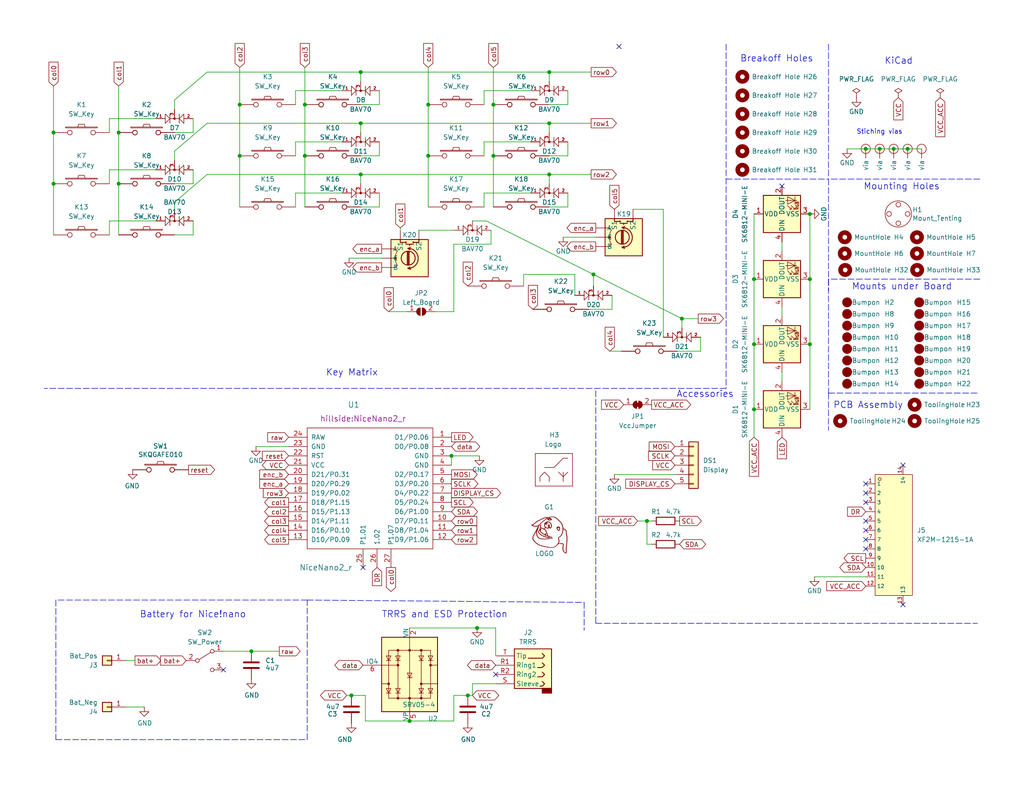
<source format=kicad_sch>
(kicad_sch (version 20211123) (generator eeschema)
  (paper "USLetter")
  (title_block (title "Hillside View 46 Keyboard") (date "2022-10-13") (rev "0.3.0") (company "ExAF") (comment 1 "SPI headers for the nice!view display and 12 pin connector for an I2C cirque trackpad") (comment 2 "The ring and pinky columns have splays of five and ten degrees.") (comment 3 "Outer pinky column is removable, and one encoder can be in two spots.") (comment 4 "A choc-spaced split keyboard with Ferris column stagger but more thumb and pinky keys."))
  (junction (at 83.185 28.575))
  (junction (at 205.74 76.2))
  (junction (at 68.58 177.8))
  (junction (at 186.055 86.995))
  (junction (at 205.74 93.98))
  (junction (at 111.76 196.85))
  (junction (at 32.385 50.165))
  (junction (at 149.86 47.625))
  (junction (at 161.925 74.93))
  (junction (at 243.84 40.64))
  (junction (at 220.98 93.98))
  (junction (at 134.62 42.545))
  (junction (at 127.635 189.865))
  (junction (at 65.405 28.575))
  (junction (at 123.19 124.46))
  (junction (at 65.405 42.545))
  (junction (at 205.74 111.76))
  (junction (at 14.605 50.165))
  (junction (at 130.175 171.45))
  (junction (at 116.84 42.545))
  (junction (at 32.385 36.195))
  (junction (at 98.425 19.685))
  (junction (at 83.185 42.545))
  (junction (at 149.86 19.685))
  (junction (at 149.86 33.655))
  (junction (at 134.62 28.575))
  (junction (at 247.65 40.64))
  (junction (at 14.605 36.195))
  (junction (at 98.425 47.625))
  (junction (at 116.84 28.575))
  (junction (at 95.885 189.865))
  (junction (at 240.03 40.64))
  (junction (at 98.425 33.655))
  (junction (at 220.98 76.2))
  (junction (at 236.22 40.64))
  (junction (at 220.98 58.42))
  (junction (at 176.53 142.24))
  (no_connect (at 213.36 50.8))
  (no_connect (at 99.06 154.94))
  (no_connect (at 168.91 12.7))
  (no_connect (at 60.96 182.88))
  (no_connect (at 135.255 184.15))
  (no_connect (at 246.38 165.1))
  (no_connect (at 236.22 134.62))
  (no_connect (at 236.22 137.16))
  (no_connect (at 236.22 132.08))
  (no_connect (at 236.22 149.86))
  (no_connect (at 236.22 142.24))
  (no_connect (at 236.22 144.78))
  (no_connect (at 236.22 147.32))
  (no_connect (at 246.38 127))
  (wire (pts (xy 172.72 57.15) (xy 180.975 57.15)))
  (wire (pts (xy 65.405 18.415) (xy 65.405 28.575)))
  (wire (pts (xy 47.625 27.305) (xy 56.515 19.685)))
  (wire (pts (xy 132.08 38.735) (xy 144.78 38.735)))
  (wire (pts (xy 83.185 18.415) (xy 83.185 28.575)))
  (wire (pts (xy 103.505 28.575) (xy 98.425 28.575)))
  (polyline (pts (xy 162.56 170.18) (xy 266.7 170.18)))
  (wire (pts (xy 123.825 85.09) (xy 118.745 85.09)))
  (wire (pts (xy 52.705 46.355) (xy 52.705 50.165)))
  (wire (pts (xy 154.94 28.575) (xy 154.94 24.765)))
  (wire (pts (xy 95.25 70.485) (xy 104.14 70.485)))
  (wire (pts (xy 127.635 189.865) (xy 128.905 189.865)))
  (wire (pts (xy 205.74 119.38) (xy 205.74 111.76)))
  (wire (pts (xy 32.385 36.195) (xy 32.385 50.165)))
  (wire (pts (xy 123.825 196.85) (xy 123.825 189.865)))
  (wire (pts (xy 32.385 50.165) (xy 32.385 64.135)))
  (wire (pts (xy 95.885 189.865) (xy 99.695 189.865)))
  (wire (pts (xy 56.515 19.685) (xy 98.425 19.685)))
  (polyline (pts (xy 198.12 12.065) (xy 198.12 106.045)))
  (wire (pts (xy 116.84 56.515) (xy 116.84 42.545)))
  (wire (pts (xy 156.845 74.93) (xy 156.845 80.645)))
  (wire (pts (xy 106.045 85.09) (xy 111.125 85.09)))
  (wire (pts (xy 176.53 148.59) (xy 177.8 148.59)))
  (wire (pts (xy 60.96 177.8) (xy 68.58 177.8)))
  (wire (pts (xy 123.19 124.46) (xy 123.19 127)))
  (wire (pts (xy 98.425 50.165) (xy 98.425 47.625)))
  (wire (pts (xy 154.94 42.545) (xy 149.86 42.545)))
  (wire (pts (xy 109.22 62.23) (xy 109.22 62.865)))
  (wire (pts (xy 205.74 76.2) (xy 205.74 58.42)))
  (wire (pts (xy 180.975 92.075) (xy 180.975 57.15)))
  (wire (pts (xy 65.405 56.515) (xy 65.405 42.545)))
  (wire (pts (xy 80.645 24.765) (xy 93.345 24.765)))
  (wire (pts (xy 132.715 60.325) (xy 161.925 74.93)))
  (wire (pts (xy 52.705 64.135) (xy 47.625 64.135)))
  (wire (pts (xy 14.605 36.195) (xy 14.605 50.165)))
  (wire (pts (xy 98.425 22.225) (xy 98.425 19.685)))
  (wire (pts (xy 205.74 111.76) (xy 205.74 93.98)))
  (wire (pts (xy 83.185 28.575) (xy 83.185 42.545)))
  (polyline (pts (xy 83.82 163.83) (xy 15.24 163.83)))
  (wire (pts (xy 186.055 86.995) (xy 186.055 89.535)))
  (wire (pts (xy 191.135 95.885) (xy 184.785 95.885)))
  (wire (pts (xy 47.625 55.245) (xy 56.515 47.625)))
  (wire (pts (xy 123.19 124.46) (xy 130.81 124.46)))
  (wire (pts (xy 99.695 196.85) (xy 111.76 196.85)))
  (wire (pts (xy 166.37 95.885) (xy 169.545 95.885)))
  (wire (pts (xy 132.08 28.575) (xy 132.08 24.765)))
  (wire (pts (xy 47.625 27.305) (xy 47.625 29.845)))
  (wire (pts (xy 133.985 66.675) (xy 123.825 66.675)))
  (wire (pts (xy 103.505 42.545) (xy 103.505 38.735)))
  (wire (pts (xy 154.94 52.705) (xy 154.94 56.515)))
  (wire (pts (xy 80.645 56.515) (xy 80.645 52.705)))
  (wire (pts (xy 149.86 22.225) (xy 149.86 19.685)))
  (polyline (pts (xy 267.335 48.895) (xy 226.06 48.895)))
  (wire (pts (xy 14.605 23.495) (xy 14.605 36.195)))
  (wire (pts (xy 47.625 41.275) (xy 47.625 43.815)))
  (polyline (pts (xy 15.24 163.83) (xy 15.24 201.93)))
  (wire (pts (xy 111.76 171.45) (xy 130.175 171.45)))
  (wire (pts (xy 191.135 92.075) (xy 191.135 95.885)))
  (wire (pts (xy 132.08 24.765) (xy 144.78 24.765)))
  (wire (pts (xy 161.925 74.93) (xy 186.055 86.995)))
  (polyline (pts (xy 198.12 48.895) (xy 226.06 48.895)))
  (polyline (pts (xy 226.06 48.895) (xy 226.06 79.375)))
  (wire (pts (xy 98.425 42.545) (xy 103.505 42.545)))
  (polyline (pts (xy 83.82 201.93) (xy 83.82 163.83)))
  (wire (pts (xy 128.905 186.69) (xy 135.255 186.69)))
  (wire (pts (xy 132.08 42.545) (xy 132.08 38.735)))
  (wire (pts (xy 135.255 171.45) (xy 135.255 179.07)))
  (wire (pts (xy 247.65 40.64) (xy 251.46 40.64)))
  (wire (pts (xy 220.98 76.2) (xy 220.98 58.42)))
  (wire (pts (xy 236.22 40.64) (xy 240.03 40.64)))
  (wire (pts (xy 149.86 36.195) (xy 149.86 33.655)))
  (wire (pts (xy 123.825 189.865) (xy 127.635 189.865)))
  (wire (pts (xy 186.055 86.995) (xy 190.5 86.995)))
  (wire (pts (xy 99.695 196.85) (xy 99.695 189.865)))
  (wire (pts (xy 111.76 196.85) (xy 123.825 196.85)))
  (wire (pts (xy 56.515 33.655) (xy 98.425 33.655)))
  (wire (pts (xy 52.705 50.165) (xy 47.625 50.165)))
  (wire (pts (xy 68.58 177.8) (xy 76.2 177.8)))
  (wire (pts (xy 103.505 56.515) (xy 103.505 52.705)))
  (wire (pts (xy 134.62 42.545) (xy 134.62 56.515)))
  (wire (pts (xy 222.25 157.48) (xy 236.22 157.48)))
  (wire (pts (xy 220.98 93.98) (xy 220.98 76.2)))
  (wire (pts (xy 98.425 47.625) (xy 149.86 47.625)))
  (wire (pts (xy 80.645 52.705) (xy 93.345 52.705)))
  (wire (pts (xy 52.705 60.325) (xy 52.705 64.135)))
  (wire (pts (xy 176.53 142.24) (xy 173.99 142.24)))
  (wire (pts (xy 98.425 33.655) (xy 149.86 33.655)))
  (wire (pts (xy 34.29 193.04) (xy 39.37 193.04)))
  (wire (pts (xy 161.29 19.685) (xy 149.86 19.685)))
  (wire (pts (xy 154.94 38.735) (xy 154.94 42.545)))
  (wire (pts (xy 161.925 74.93) (xy 161.925 78.105)))
  (wire (pts (xy 177.8 142.24) (xy 176.53 142.24)))
  (wire (pts (xy 142.875 78.105) (xy 142.875 74.93)))
  (polyline (pts (xy 267.335 76.2) (xy 226.06 76.2)))
  (polyline (pts (xy 15.24 201.93) (xy 83.82 201.93)))
  (polyline (pts (xy 226.06 12.065) (xy 226.06 48.26)))
  (wire (pts (xy 114.3 62.865) (xy 123.825 62.865)))
  (wire (pts (xy 213.36 86.36) (xy 213.36 83.82)))
  (wire (pts (xy 94.615 189.865) (xy 95.885 189.865)))
  (wire (pts (xy 116.84 18.415) (xy 116.84 28.575)))
  (wire (pts (xy 123.825 66.675) (xy 123.825 85.09)))
  (wire (pts (xy 176.53 142.24) (xy 176.53 148.59)))
  (wire (pts (xy 103.505 28.575) (xy 103.505 24.765)))
  (wire (pts (xy 243.84 40.64) (xy 247.65 40.64)))
  (wire (pts (xy 160.655 84.455) (xy 167.005 84.455)))
  (wire (pts (xy 167.005 84.455) (xy 167.005 80.645)))
  (wire (pts (xy 29.845 46.355) (xy 42.545 46.355)))
  (wire (pts (xy 128.905 60.325) (xy 132.715 60.325)))
  (wire (pts (xy 205.74 93.98) (xy 205.74 76.2)))
  (polyline (pts (xy 226.06 107.315) (xy 266.7 107.315)))
  (polyline (pts (xy 162.56 106.68) (xy 162.56 170.18)))
  (polyline (pts (xy 83.82 163.83) (xy 159.385 164.465)))
  (wire (pts (xy 167.64 129.54) (xy 184.15 129.54)))
  (wire (pts (xy 29.845 50.165) (xy 29.845 46.355)))
  (wire (pts (xy 14.605 50.165) (xy 14.605 64.135)))
  (wire (pts (xy 98.425 36.195) (xy 98.425 33.655)))
  (wire (pts (xy 29.845 60.325) (xy 42.545 60.325)))
  (wire (pts (xy 32.385 23.495) (xy 32.385 36.195)))
  (wire (pts (xy 29.845 36.195) (xy 29.845 32.385)))
  (wire (pts (xy 161.29 47.625) (xy 149.86 47.625)))
  (wire (pts (xy 47.625 41.275) (xy 56.515 33.655)))
  (wire (pts (xy 220.98 111.76) (xy 220.98 93.98)))
  (wire (pts (xy 93.345 38.735) (xy 80.645 38.735)))
  (wire (pts (xy 130.175 171.45) (xy 135.255 171.45)))
  (wire (pts (xy 149.86 28.575) (xy 154.94 28.575)))
  (polyline (pts (xy 159.385 164.465) (xy 159.385 172.085)))
  (wire (pts (xy 29.845 32.385) (xy 42.545 32.385)))
  (wire (pts (xy 116.84 42.545) (xy 116.84 28.575)))
  (wire (pts (xy 134.62 28.575) (xy 134.62 42.545)))
  (wire (pts (xy 65.405 42.545) (xy 65.405 28.575)))
  (wire (pts (xy 29.845 64.135) (xy 29.845 60.325)))
  (wire (pts (xy 78.74 121.92) (xy 69.85 121.92)))
  (wire (pts (xy 144.78 52.705) (xy 132.08 52.705)))
  (wire (pts (xy 153.67 64.77) (xy 162.56 64.77)))
  (wire (pts (xy 231.14 40.64) (xy 236.22 40.64)))
  (wire (pts (xy 98.425 56.515) (xy 103.505 56.515)))
  (polyline (pts (xy 226.06 76.2) (xy 226.06 107.315)))
  (wire (pts (xy 52.705 36.195) (xy 47.625 36.195)))
  (polyline (pts (xy 226.06 107.315) (xy 226.06 117.475)))
  (wire (pts (xy 213.36 104.14) (xy 213.36 101.6)))
  (wire (pts (xy 80.645 28.575) (xy 80.645 24.765)))
  (wire (pts (xy 154.94 56.515) (xy 149.86 56.515)))
  (wire (pts (xy 34.29 180.34) (xy 36.83 180.34)))
  (wire (pts (xy 134.62 18.415) (xy 134.62 28.575)))
  (polyline (pts (xy 198.12 106.045) (xy 12.065 106.045)))
  (wire (pts (xy 128.905 186.69) (xy 128.905 189.865)))
  (wire (pts (xy 213.36 68.58) (xy 213.36 66.04)))
  (wire (pts (xy 98.425 19.685) (xy 149.86 19.685)))
  (wire (pts (xy 142.875 74.93) (xy 156.845 74.93)))
  (wire (pts (xy 149.86 33.655) (xy 161.29 33.655)))
  (wire (pts (xy 132.08 56.515) (xy 132.08 52.705)))
  (wire (pts (xy 52.705 32.385) (xy 52.705 36.195)))
  (wire (pts (xy 149.86 47.625) (xy 149.86 50.165)))
  (wire (pts (xy 133.985 62.865) (xy 133.985 66.675)))
  (wire (pts (xy 80.645 42.545) (xy 80.645 38.735)))
  (wire (pts (xy 240.03 40.64) (xy 243.84 40.64)))
  (wire (pts (xy 47.625 55.245) (xy 47.625 57.785)))
  (wire (pts (xy 56.515 47.625) (xy 98.425 47.625)))
  (wire (pts (xy 83.185 42.545) (xy 83.185 56.515)))
  (text "KiCad" (at 241.3 17.78 0) (effects (font (size 1.778 1.778)) (justify left bottom)))
  (text "Mounting Holes" (at 235.585 52.07 0) (effects (font (size 1.78 1.78)) (justify left bottom)))
  (text "Key Matrix" (at 88.9 102.87 0) (effects (font (size 1.778 1.778)) (justify left bottom)))
  (text "Battery for Nice!nano" (at 38.1 168.91 0) (effects (font (size 1.778 1.778)) (justify left bottom)))
  (text "TRRS and ESD Protection" (at 104.14 168.91 0) (effects (font (size 1.778 1.778)) (justify left bottom)))
  (text "PCB Assembly" (at 227.33 111.76 0) (effects (font (size 1.78 1.78)) (justify left bottom)))
  (text "Stiching vias" (at 233.68 36.83 0) (effects (font (size 1.27 1.27)) (justify left bottom)))
  (text "Breakoff Holes" (at 201.93 17.145 0) (effects (font (size 1.778 1.778)) (justify left bottom)))
  (text "Mounts under Board" (at 232.41 79.375 0) (effects (font (size 1.78 1.78)) (justify left bottom)))
  (text "Accessories" (at 184.561 108.7572 0) (effects (font (size 1.778 1.778)) (justify left bottom)))
  (global_label "row1" (shape input) (at 123.19 144.78 0) (property "Intersheet References" "${INTERSHEET_REFS}" (effects hide)))
  (global_label "enc_a" (shape input) (at 78.74 132.08 180) (property "Intersheet References" "${INTERSHEET_REFS}" (effects hide)))
  (global_label "col5" (shape output) (at 78.74 147.32 180) (property "Intersheet References" "${INTERSHEET_REFS}" (effects hide)))
  (global_label "col4" (shape input) (at 166.37 95.885 90) (property "Intersheet References" "${INTERSHEET_REFS}" (effects hide)))
  (global_label "col0" (shape input) (at 106.045 85.09 90) (property "Intersheet References" "${INTERSHEET_REFS}" (effects hide)))
  (global_label "enc_b" (shape output) (at 104.14 73.025 180) (property "Intersheet References" "${INTERSHEET_REFS}" (effects hide)))
  (global_label "VCC" (shape input) (at 245.11 26.67 270) (property "Intersheet References" "${INTERSHEET_REFS}" (effects hide)))
  (global_label "reset" (shape input) (at 78.74 124.46 180) (property "Intersheet References" "${INTERSHEET_REFS}" (effects hide)))
  (global_label "row0" (shape input) (at 123.19 142.24 0) (property "Intersheet References" "${INTERSHEET_REFS}" (effects hide)))
  (global_label "col2" (shape output) (at 78.74 139.7 180) (property "Intersheet References" "${INTERSHEET_REFS}" (effects hide)))
  (global_label "VCC_ACC" (shape output) (at 177.8 110.49 0) (property "Intersheet References" "${INTERSHEET_REFS}" (effects hide)))
  (global_label "col4" (shape output) (at 78.74 144.78 180) (property "Intersheet References" "${INTERSHEET_REFS}" (effects hide)))
  (global_label "DISPLAY_CS" (shape input) (at 184.15 132.08 180) (property "Intersheet References" "${INTERSHEET_REFS}" (effects hide)))
  (global_label "VCC" (shape bidirectional) (at 78.74 127 180) (property "Intersheet References" "${INTERSHEET_REFS}" (effects hide)))
  (global_label "SDA" (shape bidirectional) (at 185.42 148.59 0) (property "Intersheet References" "${INTERSHEET_REFS}" (effects hide)))
  (global_label "row2" (shape input) (at 123.19 147.32 0) (property "Intersheet References" "${INTERSHEET_REFS}" (effects hide)))
  (global_label "col5" (shape input) (at 167.64 57.15 90) (property "Intersheet References" "${INTERSHEET_REFS}" (effects hide)))
  (global_label "row3" (shape output) (at 190.5 86.995 0) (property "Intersheet References" "${INTERSHEET_REFS}" (effects hide)))
  (global_label "row3" (shape input) (at 78.74 134.62 180) (property "Intersheet References" "${INTERSHEET_REFS}" (effects hide)))
  (global_label "MOSI" (shape output) (at 123.19 129.54 0) (property "Intersheet References" "${INTERSHEET_REFS}" (effects hide)))
  (global_label "SCL" (shape output) (at 236.22 152.4 180) (property "Intersheet References" "${INTERSHEET_REFS}" (effects hide)))
  (global_label "DR" (shape input) (at 236.22 139.7 180) (property "Intersheet References" "${INTERSHEET_REFS}" (effects hide)))
  (global_label "raw" (shape input) (at 78.74 119.38 180) (property "Intersheet References" "${INTERSHEET_REFS}" (effects hide)))
  (global_label "col3" (shape input) (at 83.185 18.415 90) (property "Intersheet References" "${INTERSHEET_REFS}" (effects hide)))
  (global_label "DR" (shape input) (at 102.87 154.94 270) (property "Intersheet References" "${INTERSHEET_REFS}" (effects hide)))
  (global_label "SDA" (shape bidirectional) (at 123.19 139.7 0) (property "Intersheet References" "${INTERSHEET_REFS}" (effects hide)))
  (global_label "col1" (shape output) (at 78.74 137.16 180) (property "Intersheet References" "${INTERSHEET_REFS}" (effects hide)))
  (global_label "SCL" (shape output) (at 185.42 142.24 0) (property "Intersheet References" "${INTERSHEET_REFS}" (effects hide)))
  (global_label "col2" (shape input) (at 65.405 18.415 90) (property "Intersheet References" "${INTERSHEET_REFS}" (effects hide)))
  (global_label "SCLK" (shape output) (at 123.19 132.08 0) (property "Intersheet References" "${INTERSHEET_REFS}" (effects hide)))
  (global_label "VCC_ACC" (shape input) (at 173.99 142.24 180) (property "Intersheet References" "${INTERSHEET_REFS}" (effects hide)))
  (global_label "DISPLAY_CS" (shape output) (at 123.19 134.62 0) (property "Intersheet References" "${INTERSHEET_REFS}" (effects hide)))
  (global_label "col5" (shape input) (at 134.62 18.415 90) (property "Intersheet References" "${INTERSHEET_REFS}" (effects hide)))
  (global_label "LED" (shape input) (at 213.36 119.38 270) (property "Intersheet References" "${INTERSHEET_REFS}" (effects hide)))
  (global_label "col4" (shape input) (at 116.84 18.415 90) (property "Intersheet References" "${INTERSHEET_REFS}" (effects hide)))
  (global_label "row0" (shape output) (at 161.29 19.685 0) (property "Intersheet References" "${INTERSHEET_REFS}" (effects hide)))
  (global_label "enc_a" (shape output) (at 162.56 62.23 180) (property "Intersheet References" "${INTERSHEET_REFS}" (effects hide)))
  (global_label "LED" (shape output) (at 123.19 119.38 0) (property "Intersheet References" "${INTERSHEET_REFS}" (effects hide)))
  (global_label "enc_a" (shape output) (at 104.14 67.945 180) (property "Intersheet References" "${INTERSHEET_REFS}" (effects hide)))
  (global_label "enc_b" (shape input) (at 78.74 129.54 180) (property "Intersheet References" "${INTERSHEET_REFS}" (effects hide)))
  (global_label "SCL" (shape output) (at 123.19 137.16 0) (property "Intersheet References" "${INTERSHEET_REFS}" (effects hide)))
  (global_label "VCC" (shape bidirectional) (at 94.615 189.865 180) (property "Intersheet References" "${INTERSHEET_REFS}" (effects hide)))
  (global_label "row2" (shape output) (at 161.29 47.625 0) (property "Intersheet References" "${INTERSHEET_REFS}" (effects hide)))
  (global_label "col1" (shape input) (at 109.22 62.23 90) (property "Intersheet References" "${INTERSHEET_REFS}" (effects hide)))
  (global_label "MOSI" (shape input) (at 184.15 121.92 180) (property "Intersheet References" "${INTERSHEET_REFS}" (effects hide)))
  (global_label "col2" (shape input) (at 127.635 78.105 90) (property "Intersheet References" "${INTERSHEET_REFS}" (effects hide)))
  (global_label "col3" (shape output) (at 78.74 142.24 180) (property "Intersheet References" "${INTERSHEET_REFS}" (effects hide)))
  (global_label "reset" (shape output) (at 51.435 128.27 0) (property "Intersheet References" "${INTERSHEET_REFS}" (effects hide)))
  (global_label "enc_b" (shape output) (at 162.56 67.31 180) (property "Intersheet References" "${INTERSHEET_REFS}" (effects hide)))
  (global_label "col0" (shape output) (at 106.68 154.94 270) (property "Intersheet References" "${INTERSHEET_REFS}" (effects hide)))
  (global_label "VCC_ACC" (shape input) (at 205.74 119.38 270) (property "Intersheet References" "${INTERSHEET_REFS}" (effects hide)))
  (global_label "VCC_ACC" (shape input) (at 236.22 160.02 180) (property "Intersheet References" "${INTERSHEET_REFS}" (effects hide)))
  (global_label "VCC" (shape input) (at 170.18 110.49 180) (property "Intersheet References" "${INTERSHEET_REFS}" (effects hide)))
  (global_label "raw" (shape output) (at 76.2 177.8 0) (property "Intersheet References" "${INTERSHEET_REFS}" (effects hide)))
  (global_label "bat+" (shape input) (at 50.8 180.34 180) (property "Intersheet References" "${INTERSHEET_REFS}" (effects hide)))
  (global_label "col3" (shape input) (at 145.415 84.455 90) (property "Intersheet References" "${INTERSHEET_REFS}" (effects hide)))
  (global_label "VCC" (shape bidirectional) (at 128.905 189.865 0) (property "Intersheet References" "${INTERSHEET_REFS}" (effects hide)))
  (global_label "VCC_ACC" (shape input) (at 256.54 26.67 270) (property "Intersheet References" "${INTERSHEET_REFS}" (effects hide)))
  (global_label "SDA" (shape bidirectional) (at 236.22 154.94 180) (property "Intersheet References" "${INTERSHEET_REFS}" (effects hide)))
  (global_label "bat+" (shape output) (at 36.83 180.34 0) (property "Intersheet References" "${INTERSHEET_REFS}" (effects hide)))
  (global_label "VCC" (shape input) (at 184.15 127 180) (property "Intersheet References" "${INTERSHEET_REFS}" (effects hide)))
  (global_label "col0" (shape input) (at 14.605 23.495 90) (property "Intersheet References" "${INTERSHEET_REFS}" (effects hide)))
  (global_label "data" (shape bidirectional) (at 135.255 181.61 180) (property "Intersheet References" "${INTERSHEET_REFS}" (effects hide)))
  (global_label "row1" (shape output) (at 161.29 33.655 0) (property "Intersheet References" "${INTERSHEET_REFS}" (effects hide)))
  (global_label "data" (shape bidirectional) (at 99.06 181.61 180) (property "Intersheet References" "${INTERSHEET_REFS}" (effects hide)))
  (global_label "SCLK" (shape input) (at 184.15 124.46 180) (property "Intersheet References" "${INTERSHEET_REFS}" (effects hide)))
  (global_label "data" (shape bidirectional) (at 123.19 121.92 0) (property "Intersheet References" "${INTERSHEET_REFS}" (effects hide)))
  (global_label "col1" (shape input) (at 32.385 23.495 90) (property "Intersheet References" "${INTERSHEET_REFS}" (effects hide)))
  (symbol (lib_id "hillside:SW_PUSH") (at 43.815 128.27 0) (mirror y) (unit 1)
    (property "Reference" "SW1" (at 43.815 121.793 0))
    (property "Value" "SKQGAFE010" (at 43.815 124.1044 0))
    (property "Footprint" "hillside_basic:SW_SPST_SKQG_WithStem" (effects hide))
    (property "Datasheet" "https://www.mouser.com/datasheet/2/15/SKQG-1155865.pdf" (effects hide))
    (property "LCSC" "C318884" (effects hide))
    (property "JLC Type" "Basic" (effects hide))
    (property "Price" ".02 @5+" (effects hide))
  )
  (symbol (lib_id "power:GND") (at 36.195 128.27 0) (mirror y) (unit 1)
    (property "Reference" "#PWR04" (effects hide))
    (property "Value" "GND" (at 36.068 132.6642 0))
  )
  (symbol (lib_id "hillside_basic:SK6812-MINI-E") (at 213.36 111.76 90) (unit 1)
    (property "Reference" "D1" (at 200.66 111.76 0))
    (property "Value" "SK6812-MINI-E" (at 203.2 111.76 0))
    (property "Footprint" "hillside_basic:SK6812-MINI-E" (effects hide))
    (property "Datasheet" "https://cdn-shop.adafruit.com/datasheets/WS2812B.pdf" (effects hide))
    (property "Config" "Optional" (effects hide))
  )
  (symbol (lib_id "hillside_basic:SK6812-MINI-E") (at 213.36 93.98 90) (unit 1)
    (property "Reference" "D2" (at 200.66 93.98 0))
    (property "Value" "SK6812-MINI-E" (at 203.2 93.98 0))
    (property "Footprint" "hillside_basic:SK6812-MINI-E" (effects hide))
    (property "Datasheet" "https://cdn-shop.adafruit.com/datasheets/WS2812B.pdf" (effects hide))
    (property "Config" "Optional" (effects hide))
  )
  (symbol (lib_id "power:GND") (at 233.68 26.67 0) (unit 1)
    (property "Reference" "#PWR06" (effects hide))
    (property "Value" "GND" (at 233.68 30.48 0))
  )
  (symbol (lib_id "power:GND") (at 220.98 58.42 90) (unit 1)
    (property "Reference" "#PWR05" (effects hide))
    (property "Value" "GND" (at 224.79 58.42 0))
  )
  (symbol (lib_id "hillside:Mount_Tenting") (at 245.11 58.42 0) (unit 1) (in_bom no)
    (property "Reference" "H1" (at 248.92 56.515 0) (effects (justify left top)))
    (property "Value" "Mount_Tenting" (at 248.92 60.325 0) (effects (justify left bottom)))
    (property "Footprint" "hillside:Tenting_Puck" (effects hide))
    (property "Config" "do not fit" (effects hide))
  )
  (symbol (lib_id "hillside_basic:SK6812-MINI-E") (at 213.36 76.2 90) (unit 1)
    (property "Reference" "D3" (at 200.66 76.2 0))
    (property "Value" "SK6812-MINI-E" (at 203.2 76.2 0))
    (property "Footprint" "hillside_basic:SK6812-MINI-E" (effects hide))
    (property "Datasheet" "https://cdn-shop.adafruit.com/datasheets/WS2812B.pdf" (effects hide))
    (property "Config" "Optional" (effects hide))
  )
  (symbol (lib_id "hillside_basic:SK6812-MINI-E") (at 213.36 58.42 90) (unit 1)
    (property "Reference" "D4" (at 200.66 58.42 0))
    (property "Value" "SK6812-MINI-E" (at 203.2 58.42 0))
    (property "Footprint" "hillside_basic:SK6812-MINI-E" (effects hide))
    (property "Datasheet" "https://cdn-shop.adafruit.com/datasheets/WS2812B.pdf" (effects hide))
    (property "Config" "Optional" (effects hide))
  )
  (symbol (lib_id "hillside_basic:Via") (at 240.03 40.64 270) (unit 1) (in_bom no)
    (property "Reference" "V2" (effects hide))
    (property "Value" "Via" (effects hide))
    (property "Footprint" "hillside_basic:VIA-0.8mm" (effects hide))
    (property "Config" "do not fit" (effects hide))
  )
  (symbol (lib_id "power:GND") (at 231.14 40.64 0) (unit 1)
    (property "Reference" "#PWR0102" (effects hide))
    (property "Value" "GND" (at 231.14 44.45 0))
  )
  (symbol (lib_id "hillside:NiceNano2_r") (at 95.25 137.16 0) (unit 1)
    (property "Reference" "U1" (at 96.52 110.49 0) (effects (font (size 1.524 1.524))))
    (property "Value" "NiceNano2_r" (at 88.9 154.94 0) (effects (font (size 1.524 1.524))))
    (property "Footprint" "hillside:NiceNano2_r" (at 99.06 114.3 0) (effects (font (size 1.524 1.524))))
  )
  (symbol (lib_name "SW_Key_6") (lib_id "hillside:SW_Key") (at 22.225 64.135 0) (unit 1)
    (property "Reference" "K13" (at 22.225 56.515 0))
    (property "Value" "SW_Key" (at 22.225 59.055 0))
    (property "Footprint" "hillside:pg1350-R_hotswap" (effects hide))
  )
  (symbol (lib_name "SW_Key_3") (lib_id "hillside:SW_Key") (at 40.005 64.135 0) (unit 1)
    (property "Reference" "K14" (at 40.005 56.515 0))
    (property "Value" "SW_Key" (at 40.005 59.055 0))
    (property "Footprint" "hillside:pg1350-R_hotswap" (effects hide))
  )
  (symbol (lib_id "hillside:SW_Key") (at 177.165 95.885 0) (unit 1)
    (property "Reference" "K23" (at 177.165 88.265 0))
    (property "Value" "SW_Key" (at 177.165 90.805 0))
    (property "Footprint" "hillside:pg1350-R_hotswap" (effects hide))
  )
  (symbol (lib_name "SW_Key_11") (lib_id "hillside:SW_Key") (at 73.025 42.545 0) (unit 1)
    (property "Reference" "K9" (at 73.025 34.925 0))
    (property "Value" "SW_Key" (at 73.025 37.465 0))
    (property "Footprint" "hillside:pg1350-R_hotswap" (effects hide))
  )
  (symbol (lib_name "SW_Key_9") (lib_id "hillside:SW_Key") (at 90.805 42.545 0) (unit 1)
    (property "Reference" "K10" (at 90.805 34.925 0))
    (property "Value" "SW_Key" (at 90.805 37.465 0))
    (property "Footprint" "hillside:pg1350-R_hotswap" (effects hide))
  )
  (symbol (lib_name "SW_Key_7") (lib_id "hillside:SW_Key") (at 73.025 56.515 0) (unit 1)
    (property "Reference" "K15" (at 73.025 48.895 0))
    (property "Value" "SW_Key" (at 73.025 51.435 0))
    (property "Footprint" "hillside:pg1350-R_hotswap" (effects hide))
  )
  (symbol (lib_name "SW_Key_8") (lib_id "hillside:SW_Key") (at 90.805 56.515 0) (unit 1)
    (property "Reference" "K16" (at 90.805 48.895 0))
    (property "Value" "SW_Key" (at 90.805 51.435 0))
    (property "Footprint" "hillside:pg1350-R_hotswap" (effects hide))
  )
  (symbol (lib_name "SW_Key_2") (lib_id "hillside:SW_Key") (at 22.225 36.195 0) (unit 1)
    (property "Reference" "K1" (at 22.225 28.575 0))
    (property "Value" "SW_Key" (at 22.225 31.115 0))
    (property "Footprint" "hillside:pg1350-R_hotswap" (effects hide))
  )
  (symbol (lib_name "SW_Key_4") (lib_id "hillside:SW_Key") (at 40.005 36.195 0) (unit 1)
    (property "Reference" "K2" (at 40.005 28.575 0))
    (property "Value" "SW_Key" (at 40.005 31.115 0))
    (property "Footprint" "hillside:pg1350-R_hotswap" (effects hide))
  )
  (symbol (lib_name "SW_Key_15") (lib_id "hillside:SW_Key") (at 124.46 28.575 0) (unit 1)
    (property "Reference" "K5" (at 124.46 20.955 0))
    (property "Value" "SW_Key" (at 124.46 23.495 0))
    (property "Footprint" "hillside:pg1350-R_hotswap" (effects hide))
  )
  (symbol (lib_name "SW_Key_13") (lib_id "hillside:SW_Key") (at 142.24 28.575 0) (unit 1)
    (property "Reference" "K6" (at 142.24 20.955 0))
    (property "Value" "SW_Key" (at 142.24 23.495 0))
    (property "Footprint" "hillside:pg1350-R_hotswap" (effects hide))
  )
  (symbol (lib_name "SW_Key_14") (lib_id "hillside:SW_Key") (at 124.46 42.545 0) (unit 1)
    (property "Reference" "K11" (at 124.46 34.925 0))
    (property "Value" "SW_Key" (at 124.46 37.465 0))
    (property "Footprint" "hillside:pg1350-R_hotswap" (effects hide))
  )
  (symbol (lib_name "SW_Key_16") (lib_id "hillside:SW_Key") (at 142.24 42.545 0) (unit 1)
    (property "Reference" "K12" (at 142.24 34.925 0))
    (property "Value" "SW_Key" (at 142.24 37.465 0))
    (property "Footprint" "hillside:pg1350-R_hotswap" (effects hide))
  )
  (symbol (lib_name "SW_Key_19") (lib_id "hillside:SW_Key") (at 124.46 56.515 0) (unit 1)
    (property "Reference" "K17" (at 124.46 48.895 0))
    (property "Value" "SW_Key" (at 124.46 51.435 0))
    (property "Footprint" "hillside:pg1350-R_hotswap" (effects hide))
  )
  (symbol (lib_name "SW_Key_18") (lib_id "hillside:SW_Key") (at 142.24 56.515 0) (unit 1)
    (property "Reference" "K18" (at 142.24 48.895 0))
    (property "Value" "SW_Key" (at 142.24 51.435 0))
    (property "Footprint" "hillside:pg1350-R_hotswap" (effects hide))
  )
  (symbol (lib_name "SW_Key_12") (lib_id "hillside:SW_Key") (at 73.025 28.575 0) (unit 1)
    (property "Reference" "K3" (at 73.025 20.955 0))
    (property "Value" "SW_Key" (at 73.025 23.495 0))
    (property "Footprint" "hillside:pg1350-R_hotswap" (effects hide))
  )
  (symbol (lib_name "SW_Key_10") (lib_id "hillside:SW_Key") (at 90.805 28.575 0) (unit 1)
    (property "Reference" "K4" (at 90.805 20.955 0))
    (property "Value" "SW_Key" (at 90.805 23.495 0))
    (property "Footprint" "hillside:pg1350-R_hotswap" (effects hide))
  )
  (symbol (lib_name "SW_Key_1") (lib_id "hillside:SW_Key") (at 22.225 50.165 0) (unit 1)
    (property "Reference" "K7" (at 22.225 42.545 0))
    (property "Value" "SW_Key" (at 22.225 45.085 0))
    (property "Footprint" "hillside:pg1350-R_hotswap" (effects hide))
  )
  (symbol (lib_name "SW_Key_5") (lib_id "hillside:SW_Key") (at 40.005 50.165 0) (unit 1)
    (property "Reference" "K8" (at 40.005 42.545 0))
    (property "Value" "SW_Key" (at 40.005 45.085 0))
    (property "Footprint" "hillside:pg1350-R_hotswap" (effects hide))
  )
  (symbol (lib_id "power:PWR_FLAG") (at 233.68 26.67 0) (unit 1)
    (property "Reference" "#FLG02" (effects hide))
    (property "Value" "PWR_FLAG" (at 233.68 21.59 0))
  )
  (symbol (lib_id "power:PWR_FLAG") (at 245.11 26.67 0) (unit 1)
    (property "Reference" "#FLG01" (effects hide))
    (property "Value" "PWR_FLAG" (at 245.11 21.59 0))
  )
  (symbol (lib_id "power:GND") (at 69.85 121.92 0) (unit 1)
    (property "Reference" "#PWR02" (effects hide))
    (property "Value" "GND" (at 69.85 125.73 0))
  )
  (symbol (lib_id "hillside:SW_Rotary") (at 111.76 70.485 0) (unit 1)
    (property "Reference" "K20" (at 111.76 64.135 0))
    (property "Value" "SW_Rotary" (effects hide))
    (property "Footprint" "hillside:pg1350-DR_rotary_hotswap" (effects hide))
  )
  (symbol (lib_name "BAV70_Small_1") (lib_id "hillside_basic:BAV70_Small") (at 47.625 32.385 0) (mirror x) (unit 1)
    (property "Reference" "D7" (at 47.625 34.925 0))
    (property "Value" "BAV70" (at 47.625 37.465 0))
    (property "Footprint" "hillside_basic:SOT-23" (effects hide))
    (property "Datasheet" "https://assets.nexperia.com/documents/data-sheet/BAV70_SER.pdf" (effects hide))
    (property "LCSC" "C68978" (effects hide))
    (property "JLC Type" "Basic" (effects hide))
    (property "Price" ".02 @15+" (effects hide))
  )
  (symbol (lib_name "BAV70_Small_5") (lib_id "hillside_basic:BAV70_Small") (at 98.425 24.765 0) (mirror x) (unit 1)
    (property "Reference" "D8" (at 98.425 27.305 0))
    (property "Value" "BAV70" (at 98.425 29.845 0))
    (property "Footprint" "hillside_basic:SOT-23" (effects hide))
    (property "Datasheet" "https://assets.nexperia.com/documents/data-sheet/BAV70_SER.pdf" (effects hide))
    (property "LCSC" "C68978" (effects hide))
    (property "JLC Type" "Basic" (effects hide))
    (property "Price" ".02 @15+" (effects hide))
  )
  (symbol (lib_name "BAV70_Small_7") (lib_id "hillside_basic:BAV70_Small") (at 149.86 24.765 0) (mirror x) (unit 1)
    (property "Reference" "D9" (at 149.86 27.305 0))
    (property "Value" "BAV70" (at 149.86 29.845 0))
    (property "Footprint" "hillside_basic:SOT-23" (effects hide))
    (property "Datasheet" "https://assets.nexperia.com/documents/data-sheet/BAV70_SER.pdf" (effects hide))
    (property "LCSC" "C68978" (effects hide))
    (property "JLC Type" "Basic" (effects hide))
    (property "Price" ".02 @15+" (effects hide))
  )
  (symbol (lib_name "SW_Key_20") (lib_id "hillside:SW_Key") (at 135.255 78.105 0) (unit 1)
    (property "Reference" "K21" (at 135.255 70.485 0))
    (property "Value" "SW_Key" (at 135.255 73.025 0))
    (property "Footprint" "hillside:pg1350-R_hotswap" (effects hide))
  )
  (symbol (lib_name "SW_Key_17") (lib_id "hillside:SW_Key") (at 153.035 84.455 0) (unit 1)
    (property "Reference" "K22" (at 153.035 76.835 0))
    (property "Value" "SW_Key" (at 153.035 79.375 0))
    (property "Footprint" "hillside:pg1350-R_hotswap" (effects hide))
  )
  (symbol (lib_name "BAV70_Small_8") (lib_id "hillside_basic:BAV70_Small") (at 149.86 38.735 0) (mirror x) (unit 1)
    (property "Reference" "D12" (at 149.86 41.275 0))
    (property "Value" "BAV70" (at 149.86 43.815 0))
    (property "Footprint" "hillside_basic:SOT-23" (effects hide))
    (property "Datasheet" "https://assets.nexperia.com/documents/data-sheet/BAV70_SER.pdf" (effects hide))
    (property "LCSC" "C68978" (effects hide))
    (property "JLC Type" "Basic" (effects hide))
    (property "Price" ".02 @15+" (effects hide))
  )
  (symbol (lib_name "BAV70_Small_2") (lib_id "hillside_basic:BAV70_Small") (at 47.625 46.355 0) (mirror x) (unit 1)
    (property "Reference" "D10" (at 47.625 48.895 0))
    (property "Value" "BAV70" (at 47.625 51.435 0))
    (property "Footprint" "hillside_basic:SOT-23" (effects hide))
    (property "Datasheet" "https://assets.nexperia.com/documents/data-sheet/BAV70_SER.pdf" (effects hide))
    (property "LCSC" "C68978" (effects hide))
    (property "JLC Type" "Basic" (effects hide))
    (property "Price" ".02 @15+" (effects hide))
  )
  (symbol (lib_name "BAV70_Small_3") (lib_id "hillside_basic:BAV70_Small") (at 47.625 60.325 0) (mirror x) (unit 1)
    (property "Reference" "D13" (at 47.625 57.785 0))
    (property "Value" "BAV70" (at 47.625 55.245 0))
    (property "Footprint" "hillside_basic:SOT-23" (effects hide))
    (property "Datasheet" "https://assets.nexperia.com/documents/data-sheet/BAV70_SER.pdf" (effects hide))
    (property "LCSC" "C68978" (effects hide))
    (property "JLC Type" "Basic" (effects hide))
    (property "Price" ".02 @15+" (effects hide))
  )
  (symbol (lib_id "Connector_Generic:Conn_01x01") (at 29.21 180.34 180) (unit 1) (in_bom no)
    (property "Reference" "J3" (at 26.67 181.61 0) (effects (justify left)))
    (property "Value" "Bat_Pos" (at 26.67 179.07 0) (effects (justify left)))
    (property "Footprint" "hillside_basic:1pin_conn" (effects hide))
    (property "Config" "do not fit" (effects hide))
  )
  (symbol (lib_id "Connector_Generic:Conn_01x01") (at 29.21 193.04 180) (unit 1) (in_bom no)
    (property "Reference" "J4" (at 26.67 194.31 0) (effects (justify left)))
    (property "Value" "Bat_Neg" (at 26.67 191.77 0) (effects (justify left)))
    (property "Footprint" "hillside_basic:1pin_conn" (effects hide))
    (property "Config" "do not fit" (effects hide))
  )
  (symbol (lib_id "power:GND") (at 39.37 193.04 0) (unit 1)
    (property "Reference" "#PWR01" (effects hide))
    (property "Value" "GND" (at 39.497 197.4342 0))
  )
  (symbol (lib_id "Switch:SW_SPDT") (at 55.88 180.34 0) (unit 1)
    (property "Reference" "SW2" (at 55.88 172.72 0))
    (property "Value" "SW_Power" (at 55.88 175.26 0))
    (property "Footprint" "hillside_basic:SW_SPDT_JS202011AQN" (effects hide))
    (property "LCSC" "C221662" (effects hide))
    (property "JLC Type" "Extended" (effects hide))
    (property "Price" ".43 @2+" (effects hide))
  )
  (symbol (lib_id "Jumper:SolderJumper_2_Bridged") (at 173.99 110.49 0) (unit 1) (in_bom no)
    (property "Reference" "JP1" (at 173.99 113.665 0))
    (property "Value" "VccJumper" (at 173.99 116.205 0))
    (property "Footprint" "Jumper:SolderJumper-2_P1.3mm_Bridged_RoundedPad1.0x1.5mm" (effects hide))
    (property "Config" "do not fit" (effects hide))
  )
  (symbol (lib_id "power:PWR_FLAG") (at 256.54 26.67 0) (unit 1)
    (property "Reference" "#FLG0101" (effects hide))
    (property "Value" "PWR_FLAG" (at 256.54 21.59 0))
  )
  (symbol (lib_name "BAV70_Small_4") (lib_id "hillside_basic:BAV70_Small") (at 98.425 38.735 0) (mirror x) (unit 1)
    (property "Reference" "D11" (at 98.425 41.275 0))
    (property "Value" "BAV70" (at 98.425 43.815 0))
    (property "Footprint" "hillside_basic:SOT-23" (effects hide))
    (property "Datasheet" "https://assets.nexperia.com/documents/data-sheet/BAV70_SER.pdf" (effects hide))
    (property "LCSC" "C68978" (effects hide))
    (property "JLC Type" "Basic" (effects hide))
    (property "Price" ".02 @15+" (effects hide))
  )
  (symbol (lib_name "BAV70_Small_6") (lib_id "hillside_basic:BAV70_Small") (at 98.425 52.705 0) (mirror x) (unit 1)
    (property "Reference" "D14" (at 98.425 55.245 0))
    (property "Value" "BAV70" (at 98.425 57.785 0))
    (property "Footprint" "hillside_basic:SOT-23" (effects hide))
    (property "Datasheet" "https://assets.nexperia.com/documents/data-sheet/BAV70_SER.pdf" (effects hide))
    (property "LCSC" "C68978" (effects hide))
    (property "JLC Type" "Basic" (effects hide))
    (property "Price" ".02 @15+" (effects hide))
  )
  (symbol (lib_name "BAV70_Small_9") (lib_id "hillside_basic:BAV70_Small") (at 149.86 52.705 0) (mirror x) (unit 1)
    (property "Reference" "D15" (at 149.86 55.245 0))
    (property "Value" "BAV70" (at 149.86 57.785 0))
    (property "Footprint" "hillside_basic:SOT-23" (effects hide))
    (property "Datasheet" "https://assets.nexperia.com/documents/data-sheet/BAV70_SER.pdf" (effects hide))
    (property "LCSC" "C68978" (effects hide))
    (property "JLC Type" "Basic" (effects hide))
    (property "Price" ".02 @15+" (effects hide))
  )
  (symbol (lib_id "hillside_basic:BAV70_Small") (at 128.905 62.865 0) (mirror x) (unit 1)
    (property "Reference" "D19" (at 128.905 65.405 0))
    (property "Value" "BAV70" (at 128.905 67.945 0))
    (property "Footprint" "hillside_basic:SOT-23" (effects hide))
    (property "Datasheet" "https://assets.nexperia.com/documents/data-sheet/BAV70_SER.pdf" (effects hide))
    (property "LCSC" "C68978" (effects hide))
    (property "JLC Type" "Basic" (effects hide))
    (property "Price" ".02 @15+" (effects hide))
  )
  (symbol (lib_name "BAV70_Small_10") (lib_id "hillside_basic:BAV70_Small") (at 161.925 80.645 0) (mirror x) (unit 1)
    (property "Reference" "D20" (at 161.925 83.185 0))
    (property "Value" "BAV70" (at 161.925 85.725 0))
    (property "Footprint" "hillside_basic:SOT-23" (effects hide))
    (property "Datasheet" "https://assets.nexperia.com/documents/data-sheet/BAV70_SER.pdf" (effects hide))
    (property "LCSC" "C68978" (effects hide))
    (property "JLC Type" "Basic" (effects hide))
    (property "Price" ".02 @15+" (effects hide))
  )
  (symbol (lib_name "BAV70_Small_11") (lib_id "hillside_basic:BAV70_Small") (at 186.055 92.075 0) (mirror x) (unit 1)
    (property "Reference" "D21" (at 186.055 94.615 0))
    (property "Value" "BAV70" (at 186.055 97.155 0))
    (property "Footprint" "hillside_basic:SOT-23" (effects hide))
    (property "Datasheet" "https://assets.nexperia.com/documents/data-sheet/BAV70_SER.pdf" (effects hide))
    (property "LCSC" "C68978" (effects hide))
    (property "JLC Type" "Basic" (effects hide))
    (property "Price" ".02 @15+" (effects hide))
  )
  (symbol (lib_id "hillside_basic:Via") (at 243.84 40.64 270) (unit 1) (in_bom no)
    (property "Reference" "V3" (effects hide))
    (property "Value" "Via" (effects hide))
    (property "Footprint" "hillside_basic:VIA-0.8mm" (effects hide))
    (property "Config" "do not fit" (effects hide))
  )
  (symbol (lib_id "hillside_basic:Via") (at 247.65 40.64 270) (unit 1) (in_bom no)
    (property "Reference" "V4" (effects hide))
    (property "Value" "Via" (effects hide))
    (property "Footprint" "hillside_basic:VIA-0.8mm" (effects hide))
    (property "Config" "do not fit" (effects hide))
  )
  (symbol (lib_id "hillside_basic:Via") (at 251.46 40.64 270) (unit 1) (in_bom no)
    (property "Reference" "V5" (effects hide))
    (property "Value" "Via" (effects hide))
    (property "Footprint" "hillside_basic:VIA-0.8mm" (effects hide))
    (property "Config" "do not fit" (effects hide))
  )
  (symbol (lib_id "power:GND") (at 130.81 124.46 0) (unit 1)
    (property "Reference" "#PWR0103" (effects hide))
    (property "Value" "GND" (at 130.81 128.27 0))
  )
  (symbol (lib_id "power:GND") (at 68.58 185.42 0) (unit 1)
    (property "Reference" "#PWR08" (effects hide))
    (property "Value" "GND" (at 68.707 189.8142 0))
  )
  (symbol (lib_id "Device:C") (at 68.58 181.61 0) (unit 1)
    (property "Reference" "C1" (at 72.39 180.34 0) (effects (justify left)))
    (property "Value" "4u7" (at 72.39 181.61 0) (effects (justify left top)))
    (property "Footprint" "hillside_basic:C_0805_2012Metric" (effects hide))
    (property "JLC Type" "Basic" (effects hide))
    (property "LCSC" "C1779" (effects hide))
    (property "Price" ".01 @20+" (effects hide))
  )
  (symbol (lib_id "hillside:Logo") (at 151.13 130.175 0) (unit 1) (in_bom no)
    (property "Reference" "H3" (at 149.86 118.745 0) (effects (justify left)))
    (property "Value" "Logo" (at 148.59 121.285 0) (effects (justify left)))
    (property "Footprint" "hillside:Hillside_Logo" (effects hide))
    (property "Config" "do not fit" (effects hide))
  )
  (symbol (lib_id "Mechanical:MountingHole") (at 250.19 64.77 0) (unit 1)
    (property "Reference" "H5" (at 263.525 64.77 0) (effects (justify left)))
    (property "Value" "MountHole" (at 252.73 64.77 0) (effects (justify left)))
    (property "Footprint" "hillside:MountingHole_2.2mm_with_PCB_insert_rings" (effects hide))
    (property "Config" "do not fit" (effects hide))
  )
  (symbol (lib_id "Mechanical:MountingHole") (at 230.505 64.77 0) (unit 1)
    (property "Reference" "H4" (at 243.84 64.77 0) (effects (justify left)))
    (property "Value" "MountHole" (at 233.045 64.77 0) (effects (justify left)))
    (property "Footprint" "hillside:MountingHole_2.2mm_with_PCB_insert_rings" (effects hide))
    (property "Config" "do not fit" (effects hide))
  )
  (symbol (lib_id "Mechanical:MountingHole") (at 230.505 69.215 0) (unit 1)
    (property "Reference" "H6" (at 243.84 69.215 0) (effects (justify left)))
    (property "Value" "MountHole" (at 233.045 69.215 0) (effects (justify left)))
    (property "Footprint" "hillside:MountingHole_2.2mm_with_PCB_insert_rings" (effects hide))
    (property "Config" "do not fit" (effects hide))
  )
  (symbol (lib_id "Mechanical:MountingHole") (at 250.19 69.215 0) (unit 1)
    (property "Reference" "H7" (at 263.525 69.215 0) (effects (justify left)))
    (property "Value" "MountHole" (at 252.73 69.215 0) (effects (justify left)))
    (property "Footprint" "hillside:MountingHole_2.2mm_with_PCB_insert_rings" (effects hide))
    (property "Config" "do not fit" (effects hide))
  )
  (symbol (lib_id "Mechanical:MountingHole") (at 202.565 46.355 0) (unit 1) (in_bom no)
    (property "Reference" "H31" (at 219.075 46.355 0) (effects (justify left)))
    (property "Value" "Breakoff Hole" (at 205.105 46.355 0) (effects (justify left)))
    (property "Footprint" "hillside_basic:HoleBreakoff_1mm" (effects hide))
    (property "Config" "do not fit" (effects hide))
  )
  (symbol (lib_id "Mechanical:MountingHole") (at 229.235 114.935 0) (unit 1) (in_bom no)
    (property "Reference" "H24" (at 243.205 114.935 0) (effects (justify left)))
    (property "Value" "ToolingHole" (at 231.775 114.935 0) (effects (justify left)))
    (property "Footprint" "hillside_basic:ToolingHole_1.152mm" (effects hide))
    (property "Config" "do not fit" (effects hide))
  )
  (symbol (lib_id "power:GND") (at 95.885 197.485 0) (unit 1)
    (property "Reference" "#PWR011" (effects hide))
    (property "Value" "GND" (at 94.107 201.8792 0))
  )
  (symbol (lib_id "hillside:TRRS") (at 137.795 181.61 0) (unit 1)
    (property "Reference" "J2" (at 142.875 172.72 0) (effects (justify left)))
    (property "Value" "TRRS" (at 141.605 175.26 0) (effects (justify left)))
    (property "Footprint" "hillside:MJ-4PP-9" (effects hide))
  )
  (symbol (lib_id "Mechanical:MountingHole") (at 202.565 31.115 0) (unit 1) (in_bom no)
    (property "Reference" "H28" (at 219.075 31.115 0) (effects (justify left)))
    (property "Value" "Breakoff Hole" (at 205.105 31.115 0) (effects (justify left)))
    (property "Footprint" "hillside_basic:HoleBreakoff_1mm" (effects hide))
    (property "Config" "do not fit" (effects hide))
  )
  (symbol (lib_id "hillside_basic:Via") (at 236.22 40.64 270) (unit 1) (in_bom no)
    (property "Reference" "V1" (effects hide))
    (property "Value" "Via" (effects hide))
    (property "Footprint" "hillside_basic:VIA-0.8mm" (effects hide))
    (property "Config" "do not fit" (effects hide))
  )
  (symbol (lib_id "Device:R") (at 181.61 142.24 90) (unit 1)
    (property "Reference" "R1" (at 180.34 139.7 90) (effects (justify left)))
    (property "Value" "4.7k" (at 181.61 139.7 90) (effects (justify right)))
    (property "Footprint" "hillside_basic:R_0805_2012Metric" (effects hide))
    (property "LCSC" "C17673" (effects hide))
    (property "JLC Type" "Basic" (effects hide))
    (property "Price" ".002 @20+" (effects hide))
    (property "Config" "Optional" (effects hide))
  )
  (symbol (lib_id "hillside_basic:Bumpon") (at 231.14 95.25 0) (unit 1) (in_bom no)
    (property "Reference" "H11" (at 241.3 95.25 0) (effects (justify left)))
    (property "Value" "Bumpon" (at 232.41 95.25 0) (effects (justify left)))
    (property "Footprint" "hillside:Bumpon" (effects hide))
    (property "Config" "do not fit" (effects hide))
  )
  (symbol (lib_id "Mechanical:MountingHole") (at 202.565 26.035 0) (unit 1) (in_bom no)
    (property "Reference" "H27" (at 219.075 26.035 0) (effects (justify left)))
    (property "Value" "Breakoff Hole" (at 205.105 26.035 0) (effects (justify left)))
    (property "Footprint" "hillside_basic:HoleBreakoff_1mm" (effects hide))
    (property "Config" "do not fit" (effects hide))
  )
  (symbol (lib_id "power:GND") (at 153.67 64.77 0) (unit 1)
    (property "Reference" "#PWR07" (effects hide))
    (property "Value" "GND" (at 153.67 68.58 0))
  )
  (symbol (lib_id "power:GND") (at 127.635 197.485 0) (unit 1)
    (property "Reference" "#PWR010" (effects hide))
    (property "Value" "GND" (at 127.762 201.8792 0))
  )
  (symbol (lib_id "hillside_basic:Bumpon") (at 231.14 104.775 0) (unit 1) (in_bom no)
    (property "Reference" "H14" (at 241.3 104.775 0) (effects (justify left)))
    (property "Value" "Bumpon" (at 232.41 104.775 0) (effects (justify left)))
    (property "Footprint" "hillside:Bumpon" (effects hide))
    (property "Config" "do not fit" (effects hide))
  )
  (symbol (lib_id "hillside_basic:Bumpon") (at 231.14 85.725 0) (unit 1) (in_bom no)
    (property "Reference" "H8" (at 241.3 85.725 0) (effects (justify left)))
    (property "Value" "Bumpon" (at 232.41 85.725 0) (effects (justify left)))
    (property "Footprint" "hillside:Bumpon" (effects hide))
    (property "Config" "do not fit" (effects hide))
  )
  (symbol (lib_id "power:GND") (at 222.25 157.48 0) (unit 1)
    (property "Reference" "#PWR0105" (effects hide))
    (property "Value" "GND" (at 222.25 161.29 0))
  )
  (symbol (lib_id "Mechanical:MountingHole") (at 202.565 36.195 0) (unit 1) (in_bom no)
    (property "Reference" "H29" (at 219.075 36.195 0) (effects (justify left)))
    (property "Value" "Breakoff Hole" (at 205.105 36.195 0) (effects (justify left)))
    (property "Footprint" "hillside_basic:HoleBreakoff_1mm" (effects hide))
    (property "Config" "do not fit" (effects hide))
  )
  (symbol (lib_id "hillside_basic:Bumpon") (at 250.825 95.25 0) (unit 1) (in_bom no)
    (property "Reference" "H19" (at 260.985 95.25 0) (effects (justify left)))
    (property "Value" "Bumpon" (at 252.095 95.25 0) (effects (justify left)))
    (property "Footprint" "hillside:Bumpon" (effects hide))
    (property "Config" "do not fit" (effects hide))
  )
  (symbol (lib_id "hillside_basic:Bumpon") (at 250.825 101.6 0) (unit 1) (in_bom no)
    (property "Reference" "H21" (at 260.985 101.6 0) (effects (justify left)))
    (property "Value" "Bumpon" (at 252.095 101.6 0) (effects (justify left)))
    (property "Footprint" "hillside:Bumpon" (effects hide))
    (property "Config" "do not fit" (effects hide))
  )
  (symbol (lib_id "XF2M-1215-1A:XF2M-1215-1A") (at 243.84 132.08 0) (unit 1)
    (property "Reference" "J5" (at 250.19 144.7799 0) (effects (justify left)))
    (property "Value" "XF2M-1215-1A" (at 250.19 147.3199 0) (effects (justify left)))
    (property "Footprint" "XF2M-1215-1A:FPC-SMD_12P-P0.50_XF2M-1215-1A" (effects hide))
    (property "Datasheet" "https://item.szlcsc.com/260768.html" (effects hide))
    (property "STANDARD" "Manufacturer Recommendations" (effects hide))
    (property "MAXIMUM_PACKAGE_HEIGHT" "1.75mm" (effects hide))
    (property "MANUFACTURER" "GCT" (effects hide))
    (property "PARTREV" "A" (effects hide))
    (property "JLC Type" "Extended" (effects hide))
    (property "LCSC" "C271734" (effects hide))
    (property "Price" "0.4155 @ 2+" (effects hide))
  )
  (symbol (lib_id "wowee:LOGO") (at 149.86 146.05 0) (unit 1)
    (property "Reference" "G1" (at 149.86 138.43 0))
    (property "Value" "LOGO" (at 148.59 151.13 0))
    (property "Footprint" "wowee:wowee" (effects hide))
  )
  (symbol (lib_id "hillside_basic:Bumpon") (at 250.825 88.9 0) (unit 1) (in_bom no)
    (property "Reference" "H17" (at 260.985 88.9 0) (effects (justify left)))
    (property "Value" "Bumpon" (at 252.095 88.9 0) (effects (justify left)))
    (property "Footprint" "hillside:Bumpon" (effects hide))
    (property "Config" "do not fit" (effects hide))
  )
  (symbol (lib_id "Device:C") (at 95.885 193.675 180) (unit 1)
    (property "Reference" "C3" (at 92.075 194.945 0) (effects (justify left)))
    (property "Value" "4u7" (at 92.71 193.675 0) (effects (justify left top)))
    (property "Footprint" "hillside_basic:C_0805_2012Metric" (effects hide))
    (property "JLC Type" "Basic" (effects hide))
    (property "LCSC" "C1779" (effects hide))
    (property "Price" ".01 @20+" (effects hide))
  )
  (symbol (lib_id "Mechanical:MountingHole") (at 250.2463 73.7063 0) (unit 1)
    (property "Reference" "H33" (at 263.5813 73.7063 0) (effects (justify left)))
    (property "Value" "MountHole" (at 252.7863 73.7063 0) (effects (justify left)))
    (property "Footprint" "hillside:MountingHole_2.2mm_with_PCB_insert_rings" (effects hide))
    (property "Config" "do not fit" (effects hide))
  )
  (symbol (lib_id "power:GND") (at 130.175 171.45 0) (unit 1)
    (property "Reference" "#PWR09" (effects hide))
    (property "Value" "GND" (at 130.175 175.26 0))
  )
  (symbol (lib_id "power:GND") (at 167.64 129.54 0) (unit 1)
    (property "Reference" "#PWR0101" (effects hide))
    (property "Value" "GND" (at 167.64 133.35 0))
  )
  (symbol (lib_id "Connector_Generic:Conn_01x05") (at 189.23 127 0) (unit 1)
    (property "Reference" "DS1" (at 191.77 125.7299 0) (effects (justify left)))
    (property "Value" "Display" (at 191.77 128.2699 0) (effects (justify left)))
    (property "Footprint" "hillside:NiceView" (effects hide))
  )
  (symbol (lib_id "Mechanical:MountingHole") (at 249.555 110.49 0) (unit 1) (in_bom no)
    (property "Reference" "H23" (at 263.525 110.49 0) (effects (justify left)))
    (property "Value" "ToolingHole" (at 252.095 110.49 0) (effects (justify left)))
    (property "Footprint" "hillside_basic:ToolingHole_1.152mm" (effects hide))
    (property "Config" "do not fit" (effects hide))
  )
  (symbol (lib_id "hillside_basic:Bumpon") (at 231.14 88.9 0) (unit 1) (in_bom no)
    (property "Reference" "H9" (at 241.3 88.9 0) (effects (justify left)))
    (property "Value" "Bumpon" (at 232.41 88.9 0) (effects (justify left)))
    (property "Footprint" "hillside:Bumpon" (effects hide))
    (property "Config" "do not fit" (effects hide))
  )
  (symbol (lib_id "hillside_basic:Bumpon") (at 231.14 82.55 0) (unit 1) (in_bom no)
    (property "Reference" "H2" (at 241.3 82.55 0) (effects (justify left)))
    (property "Value" "Bumpon" (at 232.41 82.55 0) (effects (justify left)))
    (property "Footprint" "hillside:Bumpon" (effects hide))
    (property "Config" "do not fit" (effects hide))
  )
  (symbol (lib_id "hillside_basic:Bumpon") (at 250.825 85.725 0) (unit 1) (in_bom no)
    (property "Reference" "H16" (at 260.985 85.725 0) (effects (justify left)))
    (property "Value" "Bumpon" (at 252.095 85.725 0) (effects (justify left)))
    (property "Footprint" "hillside:Bumpon" (effects hide))
    (property "Config" "do not fit" (effects hide))
  )
  (symbol (lib_id "Mechanical:MountingHole") (at 202.565 41.275 0) (unit 1) (in_bom no)
    (property "Reference" "H30" (at 219.075 41.275 0) (effects (justify left)))
    (property "Value" "Breakoff Hole" (at 205.105 41.275 0) (effects (justify left)))
    (property "Footprint" "hillside_basic:HoleBreakoff_1mm" (effects hide))
    (property "Config" "do not fit" (effects hide))
  )
  (symbol (lib_id "hillside_basic:Bumpon") (at 250.825 98.425 0) (unit 1) (in_bom no)
    (property "Reference" "H20" (at 260.985 98.425 0) (effects (justify left)))
    (property "Value" "Bumpon" (at 252.095 98.425 0) (effects (justify left)))
    (property "Footprint" "hillside:Bumpon" (effects hide))
    (property "Config" "do not fit" (effects hide))
  )
  (symbol (lib_id "hillside:SRV05-4") (at 111.76 184.15 180) (unit 1)
    (property "Reference" "U2" (at 118.11 196.215 0))
    (property "Value" "SRV05-4" (at 114.3 192.405 0))
    (property "Footprint" "hillside_basic:SOT-23-6_Handsoldering_threenumbered" (effects hide))
    (property "Datasheet" "http://www.onsemi.com/pub/Collateral/SRV05-4-D.PDF" (effects hide))
    (property "JLC Type" "Basic" (effects hide))
    (property "LCSC" "C85364" (effects hide))
    (property "Prep Note" "Back angle differs" (effects hide))
    (property "Price" ".14 @10+" (effects hide))
  )
  (symbol (lib_id "Jumper:SolderJumper_2_Open") (at 114.935 85.09 0) (unit 1) (in_bom no)
    (property "Reference" "JP2" (at 114.935 80.01 0))
    (property "Value" "Left_Board" (at 114.935 82.55 0))
    (property "Footprint" "Jumper:SolderJumper-2_P1.3mm_Open_TrianglePad1.0x1.5mm" (effects hide))
    (property "Config" "do not fit" (effects hide))
  )
  (symbol (lib_id "power:GND") (at 95.25 70.485 0) (unit 1)
    (property "Reference" "#PWR03" (effects hide))
    (property "Value" "GND" (at 95.25 74.295 0))
  )
  (symbol (lib_id "Device:R") (at 181.61 148.59 90) (unit 1)
    (property "Reference" "R2" (at 180.34 146.05 90) (effects (justify left)))
    (property "Value" "4.7k" (at 181.61 146.05 90) (effects (justify right)))
    (property "Footprint" "hillside_basic:R_0805_2012Metric" (effects hide))
    (property "LCSC" "C17673" (effects hide))
    (property "JLC Type" "Basic" (effects hide))
    (property "Price" ".002 @20+" (effects hide))
    (property "Config" "Optional" (effects hide))
  )
  (symbol (lib_id "hillside_basic:Bumpon") (at 231.14 92.075 0) (unit 1) (in_bom no)
    (property "Reference" "H10" (at 241.3 92.075 0) (effects (justify left)))
    (property "Value" "Bumpon" (at 232.41 92.075 0) (effects (justify left)))
    (property "Footprint" "hillside:Bumpon" (effects hide))
    (property "Config" "do not fit" (effects hide))
  )
  (symbol (lib_name "SW_Rotary_1") (lib_id "hillside:SW_Rotary") (at 170.18 64.77 0) (unit 1)
    (property "Reference" "K19" (at 168.275 58.42 0) (effects (justify left)))
    (property "Value" "SW_Rotary" (effects hide))
    (property "Footprint" "hillside:pg1350-DR_rotary_hotswap" (effects hide))
  )
  (symbol (lib_id "hillside_basic:Bumpon") (at 250.825 104.775 0) (unit 1) (in_bom no)
    (property "Reference" "H22" (at 260.985 104.775 0) (effects (justify left)))
    (property "Value" "Bumpon" (at 252.095 104.775 0) (effects (justify left)))
    (property "Footprint" "hillside:Bumpon" (effects hide))
    (property "Config" "do not fit" (effects hide))
  )
  (symbol (lib_id "Device:C") (at 127.635 193.675 180) (unit 1)
    (property "Reference" "C2" (at 133.985 194.945 0) (effects (justify left)))
    (property "Value" "4u7" (at 134.62 193.675 0) (effects (justify left top)))
    (property "Footprint" "hillside_basic:C_0805_2012Metric" (effects hide))
    (property "JLC Type" "Basic" (effects hide))
    (property "LCSC" "C1779" (effects hide))
    (property "Price" ".01 @20+" (effects hide))
  )
  (symbol (lib_id "Mechanical:MountingHole") (at 249.555 114.935 0) (unit 1) (in_bom no)
    (property "Reference" "H25" (at 263.525 114.935 0) (effects (justify left)))
    (property "Value" "ToolingHole" (at 252.095 114.935 0) (effects (justify left)))
    (property "Footprint" "hillside_basic:ToolingHole_1.152mm" (effects hide))
    (property "Config" "do not fit" (effects hide))
  )
  (symbol (lib_id "Mechanical:MountingHole") (at 230.6181 73.7063 0) (unit 1)
    (property "Reference" "H32" (at 243.9531 73.7063 0) (effects (justify left)))
    (property "Value" "MountHole" (at 233.1581 73.7063 0) (effects (justify left)))
    (property "Footprint" "hillside:MountingHole_2.2mm_with_PCB_insert_rings" (effects hide))
    (property "Config" "do not fit" (effects hide))
  )
  (symbol (lib_id "hillside_basic:Bumpon") (at 250.825 92.075 0) (unit 1) (in_bom no)
    (property "Reference" "H18" (at 260.985 92.075 0) (effects (justify left)))
    (property "Value" "Bumpon" (at 252.095 92.075 0) (effects (justify left)))
    (property "Footprint" "hillside:Bumpon" (effects hide))
    (property "Config" "do not fit" (effects hide))
  )
  (symbol (lib_id "Mechanical:MountingHole") (at 202.565 20.955 0) (unit 1) (in_bom no)
    (property "Reference" "H26" (at 219.075 20.955 0) (effects (justify left)))
    (property "Value" "Breakoff Hole" (at 205.105 20.955 0) (effects (justify left)))
    (property "Footprint" "hillside_basic:HoleBreakoff_1mm" (effects hide))
    (property "Config" "do not fit" (effects hide))
  )
  (symbol (lib_id "hillside_basic:Bumpon") (at 250.825 82.55 0) (unit 1) (in_bom no)
    (property "Reference" "H15" (at 260.985 82.55 0) (effects (justify left)))
    (property "Value" "Bumpon" (at 252.095 82.55 0) (effects (justify left)))
    (property "Footprint" "hillside:Bumpon" (effects hide))
    (property "Config" "do not fit" (effects hide))
  )
  (symbol (lib_id "hillside_basic:Bumpon") (at 231.14 98.425 0) (unit 1) (in_bom no)
    (property "Reference" "H12" (at 241.3 98.425 0) (effects (justify left)))
    (property "Value" "Bumpon" (at 232.41 98.425 0) (effects (justify left)))
    (property "Footprint" "hillside:Bumpon" (effects hide))
    (property "Config" "do not fit" (effects hide))
  )
  (symbol (lib_id "hillside_basic:Bumpon") (at 231.14 101.6 0) (unit 1) (in_bom no)
    (property "Reference" "H13" (at 241.3 101.6 0) (effects (justify left)))
    (property "Value" "Bumpon" (at 232.41 101.6 0) (effects (justify left)))
    (property "Footprint" "hillside:Bumpon" (effects hide))
    (property "Config" "do not fit" (effects hide))
  )
)
</source>
